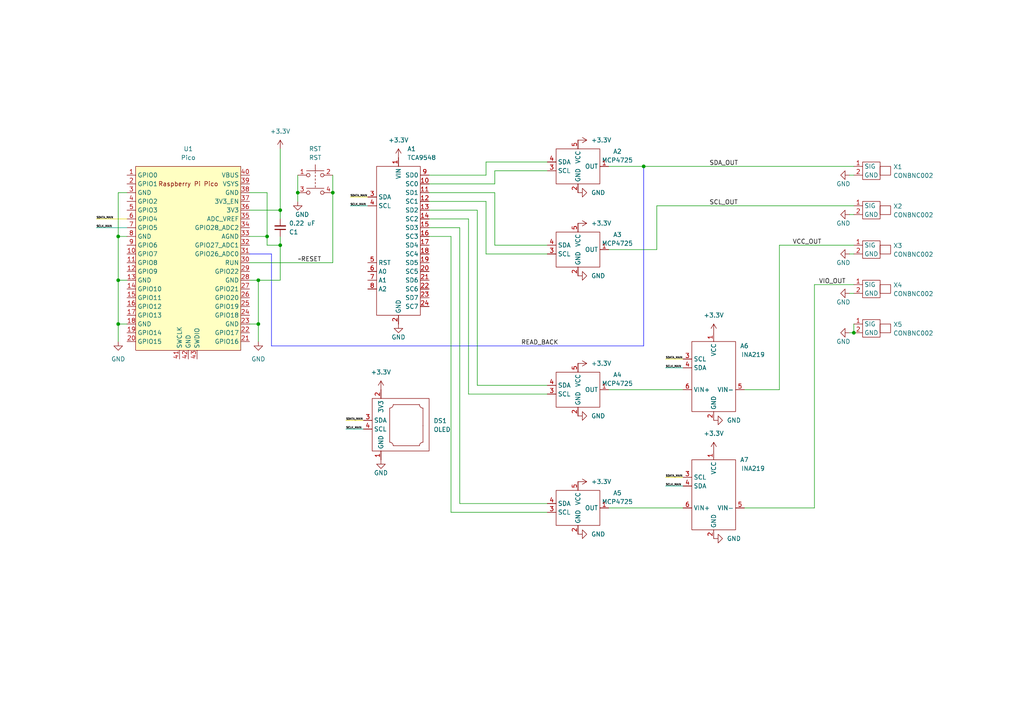
<source format=kicad_sch>
(kicad_sch (version 20211123) (generator eeschema)
  (paper "A4")
  (title_block (title "MIPI Interface Board") (date "2022-06-22") (rev "1.0") (company "GlobalFoundries") (comment 1 "Author(s): Gavin Turner") (comment 2 "The first protoype of the MIPI interface board"))
  (lib_symbols
    (symbol "CONBNC002_1"
      (property "Reference" "X" (at 2.54 2.54 0))
      (property "Value" "CONBNC002_1" (at 7.62 -2.54 0))
      (symbol "CONBNC002_1_0_1"
        (rectangle (start -6.35 2.54) (end -1.27 -2.54))
        (rectangle (start -1.27 1.27) (end 1.778 -1.27))
      )
      (symbol "CONBNC002_1_1_1"
        (pin bidirectional line (at -8.89 1.27 0) (length 2.54) (name "SIG") (number "1"))
        (pin bidirectional line (at -8.89 -1.27 0) (length 2.54) (name "GND") (number "2"))
      )
    )
    (symbol "CONBNC002_2"
      (property "Reference" "X" (at 2.54 2.54 0))
      (property "Value" "CONBNC002_2" (at 7.62 -2.54 0))
      (symbol "CONBNC002_2_0_1"
        (rectangle (start -6.35 2.54) (end -1.27 -2.54))
        (rectangle (start -1.27 1.27) (end 1.778 -1.27))
      )
      (symbol "CONBNC002_2_1_1"
        (pin bidirectional line (at -8.89 1.27 0) (length 2.54) (name "SIG") (number "1"))
        (pin bidirectional line (at -8.89 -1.27 0) (length 2.54) (name "GND") (number "2"))
      )
    )
    (symbol "CONBNC002_3"
      (property "Reference" "X" (at 2.54 2.54 0))
      (property "Value" "CONBNC002_3" (at 7.62 -2.54 0))
      (symbol "CONBNC002_3_0_1"
        (rectangle (start -6.35 2.54) (end -1.27 -2.54))
        (rectangle (start -1.27 1.27) (end 1.778 -1.27))
      )
      (symbol "CONBNC002_3_1_1"
        (pin bidirectional line (at -8.89 1.27 0) (length 2.54) (name "SIG") (number "1"))
        (pin bidirectional line (at -8.89 -1.27 0) (length 2.54) (name "GND") (number "2"))
      )
    )
    (symbol "CONBNC002_4"
      (property "Reference" "X" (at 2.54 2.54 0))
      (property "Value" "CONBNC002_4" (at 7.62 -2.54 0))
      (symbol "CONBNC002_4_0_1"
        (rectangle (start -6.35 2.54) (end -1.27 -2.54))
        (rectangle (start -1.27 1.27) (end 1.778 -1.27))
      )
      (symbol "CONBNC002_4_1_1"
        (pin bidirectional line (at -8.89 1.27 0) (length 2.54) (name "SIG") (number "1"))
        (pin bidirectional line (at -8.89 -1.27 0) (length 2.54) (name "GND") (number "2"))
      )
    )
    (symbol "Device:C_Small" (pin_numbers hide) (pin_names (offset 0.254) hide)
      (property "Reference" "C" (at 0.254 1.778 0))
      (property "Value" "C_Small" (at 0.254 -2.032 0))
      (symbol "C_Small_0_1"
        (polyline (pts (xy -1.524 -0.508) (xy 1.524 -0.508)) (stroke (width 0.3302)))
        (polyline (pts (xy -1.524 0.508) (xy 1.524 0.508)) (stroke (width 0.3048)))
      )
      (symbol "C_Small_1_1"
        (pin passive line (at 0 2.54 270) (length 2.032) (name "~") (number "1"))
        (pin passive line (at 0 -2.54 90) (length 2.032) (name "~") (number "2"))
      )
    )
    (symbol "INA219_1"
      (property "Reference" "A" (at 2.54 12.7 0))
      (property "Value" "INA219_1" (at 5.08 -12.7 0))
      (symbol "INA219_1_0_1"
        (rectangle (start -6.35 10.16) (end 6.35 -10.16))
      )
      (symbol "INA219_1_1_1"
        (pin power_in line (at 0 12.7 270) (length 2.54) (name "VCC") (number "1"))
        (pin power_in line (at 0 -12.7 90) (length 2.54) (name "GND") (number "2"))
        (pin input line (at -8.89 5.08 0) (length 2.54) (name "SCL") (number "3"))
        (pin input line (at -8.89 2.54 0) (length 2.54) (name "SDA") (number "4"))
        (pin output line (at 8.89 -3.81 180) (length 2.54) (name "VIN-") (number "5"))
        (pin input line (at -8.89 -3.81 0) (length 2.54) (name "VIN+") (number "6"))
      )
    )
    (symbol "MCU_RaspberryPi_and_Boards:Pico"
      (property "Reference" "U" (at -13.97 27.94 0))
      (property "Value" "Pico" (at 0 19.05 0))
      (symbol "Pico_0_0"
        (text "Raspberry Pi Pico" (at 0 21.59 0) (effects (font (size 1.27 1.27))))
      )
      (symbol "Pico_0_1"
        (rectangle (start -15.24 26.67) (end 15.24 -26.67) (fill (type background)))
      )
      (symbol "Pico_1_1"
        (pin bidirectional line (at -17.78 24.13 0) (length 2.54) (name "GPIO0") (number "1"))
        (pin bidirectional line (at -17.78 1.27 0) (length 2.54) (name "GPIO7") (number "10"))
        (pin bidirectional line (at -17.78 -1.27 0) (length 2.54) (name "GPIO8") (number "11"))
        (pin bidirectional line (at -17.78 -3.81 0) (length 2.54) (name "GPIO9") (number "12"))
        (pin power_in line (at -17.78 -6.35 0) (length 2.54) (name "GND") (number "13"))
        (pin bidirectional line (at -17.78 -8.89 0) (length 2.54) (name "GPIO10") (number "14"))
        (pin bidirectional line (at -17.78 -11.43 0) (length 2.54) (name "GPIO11") (number "15"))
        (pin bidirectional line (at -17.78 -13.97 0) (length 2.54) (name "GPIO12") (number "16"))
        (pin bidirectional line (at -17.78 -16.51 0) (length 2.54) (name "GPIO13") (number "17"))
        (pin power_in line (at -17.78 -19.05 0) (length 2.54) (name "GND") (number "18"))
        (pin bidirectional line (at -17.78 -21.59 0) (length 2.54) (name "GPIO14") (number "19"))
        (pin bidirectional line (at -17.78 21.59 0) (length 2.54) (name "GPIO1") (number "2"))
        (pin bidirectional line (at -17.78 -24.13 0) (length 2.54) (name "GPIO15") (number "20"))
        (pin bidirectional line (at 17.78 -24.13 180) (length 2.54) (name "GPIO16") (number "21"))
        (pin bidirectional line (at 17.78 -21.59 180) (length 2.54) (name "GPIO17") (number "22"))
        (pin power_in line (at 17.78 -19.05 180) (length 2.54) (name "GND") (number "23"))
        (pin bidirectional line (at 17.78 -16.51 180) (length 2.54) (name "GPIO18") (number "24"))
        (pin bidirectional line (at 17.78 -13.97 180) (length 2.54) (name "GPIO19") (number "25"))
        (pin bidirectional line (at 17.78 -11.43 180) (length 2.54) (name "GPIO20") (number "26"))
        (pin bidirectional line (at 17.78 -8.89 180) (length 2.54) (name "GPIO21") (number "27"))
        (pin power_in line (at 17.78 -6.35 180) (length 2.54) (name "GND") (number "28"))
        (pin bidirectional line (at 17.78 -3.81 180) (length 2.54) (name "GPIO22") (number "29"))
        (pin power_in line (at -17.78 19.05 0) (length 2.54) (name "GND") (number "3"))
        (pin input line (at 17.78 -1.27 180) (length 2.54) (name "RUN") (number "30"))
        (pin bidirectional line (at 17.78 1.27 180) (length 2.54) (name "GPIO26_ADC0") (number "31"))
        (pin bidirectional line (at 17.78 3.81 180) (length 2.54) (name "GPIO27_ADC1") (number "32"))
        (pin power_in line (at 17.78 6.35 180) (length 2.54) (name "AGND") (number "33"))
        (pin bidirectional line (at 17.78 8.89 180) (length 2.54) (name "GPIO28_ADC2") (number "34"))
        (pin power_in line (at 17.78 11.43 180) (length 2.54) (name "ADC_VREF") (number "35"))
        (pin power_in line (at 17.78 13.97 180) (length 2.54) (name "3V3") (number "36"))
        (pin input line (at 17.78 16.51 180) (length 2.54) (name "3V3_EN") (number "37"))
        (pin bidirectional line (at 17.78 19.05 180) (length 2.54) (name "GND") (number "38"))
        (pin power_in line (at 17.78 21.59 180) (length 2.54) (name "VSYS") (number "39"))
        (pin bidirectional line (at -17.78 16.51 0) (length 2.54) (name "GPIO2") (number "4"))
        (pin power_in line (at 17.78 24.13 180) (length 2.54) (name "VBUS") (number "40"))
        (pin input line (at -2.54 -29.21 90) (length 2.54) (name "SWCLK") (number "41"))
        (pin power_in line (at 0 -29.21 90) (length 2.54) (name "GND") (number "42"))
        (pin bidirectional line (at 2.54 -29.21 90) (length 2.54) (name "SWDIO") (number "43"))
        (pin bidirectional line (at -17.78 13.97 0) (length 2.54) (name "GPIO3") (number "5"))
        (pin bidirectional line (at -17.78 11.43 0) (length 2.54) (name "GPIO4") (number "6"))
        (pin bidirectional line (at -17.78 8.89 0) (length 2.54) (name "GPIO5") (number "7"))
        (pin power_in line (at -17.78 6.35 0) (length 2.54) (name "GND") (number "8"))
        (pin bidirectional line (at -17.78 3.81 0) (length 2.54) (name "GPIO6") (number "9"))
      )
    )
    (symbol "MIPI_project_v1:CONBNC002"
      (property "Reference" "X" (at 2.54 2.54 0))
      (property "Value" "CONBNC002" (at 7.62 -2.54 0))
      (symbol "CONBNC002_0_1"
        (rectangle (start -6.35 2.54) (end -1.27 -2.54))
        (rectangle (start -1.27 1.27) (end 1.778 -1.27))
      )
      (symbol "CONBNC002_1_1"
        (pin bidirectional line (at -8.89 1.27 0) (length 2.54) (name "SIG") (number "1"))
        (pin bidirectional line (at -8.89 -1.27 0) (length 2.54) (name "GND") (number "2"))
      )
    )
    (symbol "MIPI_project_v1:INA219"
      (property "Reference" "A" (at 2.54 12.7 0))
      (property "Value" "INA219" (at 5.08 -12.7 0))
      (symbol "INA219_0_1"
        (rectangle (start -6.35 10.16) (end 6.35 -10.16))
      )
      (symbol "INA219_1_1"
        (pin power_in line (at 0 12.7 270) (length 2.54) (name "VCC") (number "1"))
        (pin power_in line (at 0 -12.7 90) (length 2.54) (name "GND") (number "2"))
        (pin input line (at -8.89 5.08 0) (length 2.54) (name "SCL") (number "3"))
        (pin input line (at -8.89 2.54 0) (length 2.54) (name "SDA") (number "4"))
        (pin output line (at 8.89 -3.81 180) (length 2.54) (name "VIN-") (number "5"))
        (pin input line (at -8.89 -3.81 0) (length 2.54) (name "VIN+") (number "6"))
      )
    )
    (symbol "MIPI_project_v1:MCP4725" (in_bom no)
      (property "Reference" "A" (at -5.08 6.35 0))
      (property "Value" "MCP4725" (at 6.35 -6.35 0))
      (symbol "MCP4725_0_1"
        (rectangle (start -6.35 5.08) (end 6.35 -5.08))
      )
      (symbol "MCP4725_1_1"
        (pin output line (at 8.89 0 180) (length 2.54) (name "OUT") (number "1"))
        (pin power_in line (at 0 -7.62 90) (length 2.54) (name "GND") (number "2"))
        (pin input line (at -8.89 -1.27 0) (length 2.54) (name "SCL") (number "3"))
        (pin input line (at -8.89 1.27 0) (length 2.54) (name "SDA") (number "4"))
        (pin power_in line (at 0 7.62 270) (length 2.54) (name "VCC") (number "5"))
        (pin power_in line (at 0 -7.62 90) (length 2.54) hide (name "GND") (number "6"))
      )
    )
    (symbol "MIPI_project_v1:OLED"
      (property "Reference" "DS" (at 3.81 8.89 0))
      (property "Value" "OLED" (at 5.08 -9.144 0))
      (symbol "OLED_0_1"
        (rectangle (start -10.16 7.62) (end 6.35 -7.62))
        (arc (start -5.08 4.826) (mid -3.3451 4.1071) (end -4.064 5.842))
        (arc (start -4.064 -6.096) (mid -3.3456 -4.3616) (end -5.08 -5.08))
        (polyline (pts (xy -5.08 -5.08) (xy -5.08 0)))
        (polyline (pts (xy -5.08 4.826) (xy -5.08 0)))
        (polyline (pts (xy -4.064 5.842) (xy 3.556 5.842)))
        (polyline (pts (xy 3.556 -6.096) (xy -4.064 -6.096)))
        (polyline (pts (xy 4.572 -5.08) (xy 4.572 -0.254)))
        (polyline (pts (xy 4.572 4.826) (xy 4.572 -0.254)))
        (arc (start 3.556 5.842) (mid 2.8376 4.1076) (end 4.572 4.826))
        (arc (start 4.572 -5.08) (mid 2.8371 -4.3611) (end 3.556 -6.096))
      )
      (symbol "OLED_1_1"
        (pin power_in line (at -7.62 -10.16 90) (length 2.54) (name "GND") (number "1"))
        (pin power_out line (at -7.62 10.16 270) (length 2.54) (name "3V3") (number "2"))
        (pin input line (at -12.7 1.27 0) (length 2.54) (name "SDA") (number "3"))
        (pin input line (at -12.7 -1.27 0) (length 2.54) (name "SCL") (number "4"))
      )
    )
    (symbol "MIPI_project_v1:TCA9548"
      (property "Reference" "A" (at 3.81 24.13 0))
      (property "Value" "TCA9548" (at 6.858 -21.59 0))
      (symbol "TCA9548_0_1"
        (rectangle (start -6.35 22.86) (end 6.35 -20.32))
      )
      (symbol "TCA9548_1_1"
        (pin power_in line (at 0 25.4 270) (length 2.54) (name "VIN") (number "1"))
        (pin bidirectional line (at 8.89 17.78 180) (length 2.54) (name "SC0") (number "10"))
        (pin bidirectional line (at 8.89 15.24 180) (length 2.54) (name "SD1") (number "11"))
        (pin bidirectional line (at 8.89 12.7 180) (length 2.54) (name "SC1") (number "12"))
        (pin bidirectional line (at 8.89 10.16 180) (length 2.54) (name "SD2") (number "13"))
        (pin bidirectional line (at 8.89 7.62 180) (length 2.54) (name "SC2") (number "14"))
        (pin bidirectional line (at 8.89 5.08 180) (length 2.54) (name "SD3") (number "15"))
        (pin bidirectional line (at 8.89 2.54 180) (length 2.54) (name "SC3") (number "16"))
        (pin bidirectional line (at 8.89 0 180) (length 2.54) (name "SD4") (number "17"))
        (pin bidirectional line (at 8.89 -2.54 180) (length 2.54) (name "SC4") (number "18"))
        (pin bidirectional line (at 8.89 -5.08 180) (length 2.54) (name "SD5") (number "19"))
        (pin power_in line (at 0 -22.86 90) (length 2.54) (name "GND") (number "2"))
        (pin bidirectional line (at 8.89 -7.62 180) (length 2.54) (name "SC5") (number "20"))
        (pin bidirectional line (at 8.89 -10.16 180) (length 2.54) (name "SD6") (number "21"))
        (pin bidirectional line (at 8.89 -12.7 180) (length 2.54) (name "SC6") (number "22"))
        (pin bidirectional line (at 8.89 -15.24 180) (length 2.54) (name "SD7") (number "23"))
        (pin bidirectional line (at 8.89 -17.78 180) (length 2.54) (name "SC7") (number "24"))
        (pin input line (at -8.89 13.97 0) (length 2.54) (name "SDA") (number "3"))
        (pin input line (at -8.89 11.43 0) (length 2.54) (name "SCL") (number "4"))
        (pin input line (at -8.89 -5.08 0) (length 2.54) (name "RST") (number "5"))
        (pin input line (at -8.89 -7.62 0) (length 2.54) (name "A0") (number "6"))
        (pin input line (at -8.89 -10.16 0) (length 2.54) (name "A1") (number "7"))
        (pin input line (at -8.89 -12.7 0) (length 2.54) (name "A2") (number "8"))
        (pin bidirectional line (at 8.89 20.32 180) (length 2.54) (name "SD0") (number "9"))
      )
    )
    (symbol "Switch:SW_Push_Dual" (pin_names (offset 1.016) hide)
      (property "Reference" "SW" (at 1.27 2.54 0))
      (property "Value" "SW_Push_Dual" (at 0 -6.858 0))
      (symbol "SW_Push_Dual_0_1"
        (circle (center -2.032 -5.08) (radius 0.508))
        (circle (center -2.032 0) (radius 0.508))
        (polyline (pts (xy 0 -3.048) (xy 0 -3.556)))
        (polyline (pts (xy 0 -2.032) (xy 0 -2.54)))
        (polyline (pts (xy 0 -1.524) (xy 0 -1.016)))
        (polyline (pts (xy 0 -0.508) (xy 0 0)))
        (polyline (pts (xy 0 0.508) (xy 0 1.016)))
        (polyline (pts (xy 0 1.27) (xy 0 3.048)))
        (polyline (pts (xy 2.54 -3.81) (xy -2.54 -3.81)))
        (polyline (pts (xy 2.54 1.27) (xy -2.54 1.27)))
        (circle (center 2.032 -5.08) (radius 0.508))
        (circle (center 2.032 0) (radius 0.508))
        (pin passive line (at -5.08 0 0) (length 2.54) (name "1") (number "1"))
        (pin passive line (at 5.08 0 180) (length 2.54) (name "2") (number "2"))
        (pin passive line (at -5.08 -5.08 0) (length 2.54) (name "3") (number "3"))
        (pin passive line (at 5.08 -5.08 180) (length 2.54) (name "4") (number "4"))
      )
    )
    (symbol "power:+3.3V" (power) (pin_names (offset 0))
      (property "Value" "+3.3V" (at 0 3.556 0))
      (symbol "+3.3V_0_1"
        (polyline (pts (xy -0.762 1.27) (xy 0 2.54)))
        (polyline (pts (xy 0 0) (xy 0 2.54)))
        (polyline (pts (xy 0 2.54) (xy 0.762 1.27)))
      )
      (symbol "+3.3V_1_1"
        (pin power_in line (at 0 0 90) (length 0) hide (name "+3.3V") (number "1"))
      )
    )
    (symbol "power:GND" (power) (pin_names (offset 0))
      (property "Value" "GND" (at 0 -3.81 0))
      (symbol "GND_0_1"
        (polyline (pts (xy 0 0) (xy 0 -1.27) (xy 1.27 -1.27) (xy 0 -2.54) (xy -1.27 -1.27) (xy 0 -1.27)))
      )
      (symbol "GND_1_1"
        (pin power_in line (at 0 0 270) (length 0) hide (name "GND") (number "1"))
      )
    )
  )
  (junction (at 34.29 68.58))
  (junction (at 186.69 48.26))
  (junction (at 34.29 93.98))
  (junction (at 74.93 81.28))
  (junction (at 81.28 71.12))
  (junction (at 96.52 55.88))
  (junction (at 77.47 68.58))
  (junction (at 34.29 81.28))
  (junction (at 81.28 60.96))
  (junction (at 74.93 93.98))
  (junction (at 86.36 55.88))
  (junction (at 247.65 96.52))
  (wire (pts (xy 124.46 50.8) (xy 140.97 50.8)))
  (wire (pts (xy 193.04 106.68) (xy 198.12 106.68)) (stroke (width 0) (color 2 162 127 1)))
  (wire (pts (xy 135.89 114.3) (xy 158.75 114.3)))
  (wire (pts (xy 246.38 96.52) (xy 247.65 96.52)))
  (wire (pts (xy 72.39 68.58) (xy 77.47 68.58)))
  (wire (pts (xy 34.29 93.98) (xy 34.29 81.28)))
  (wire (pts (xy 130.81 148.59) (xy 158.75 148.59)))
  (wire (pts (xy 100.33 121.92) (xy 105.41 121.92)) (stroke (width 0) (color 233 218 13 1)))
  (wire (pts (xy 77.47 71.12) (xy 81.28 71.12)))
  (wire (pts (xy 101.6 57.15) (xy 106.68 57.15)) (stroke (width 0) (color 233 218 13 1)))
  (wire (pts (xy 236.22 82.55) (xy 247.65 82.55)))
  (wire (pts (xy 190.5 59.69) (xy 247.65 59.69)))
  (wire (pts (xy 143.51 53.34) (xy 143.51 49.53)))
  (wire (pts (xy 246.38 85.09) (xy 247.65 85.09)))
  (wire (pts (xy 176.53 113.03) (xy 198.12 113.03)))
  (wire (pts (xy 27.94 66.04) (xy 36.83 66.04)) (stroke (width 0) (color 2 162 127 1)))
  (wire (pts (xy 124.46 53.34) (xy 143.51 53.34)))
  (wire (pts (xy 74.93 93.98) (xy 74.93 99.06)))
  (wire (pts (xy 193.04 138.43) (xy 198.12 138.43)) (stroke (width 0) (color 233 218 13 1)))
  (wire (pts (xy 74.93 81.28) (xy 72.39 81.28)))
  (wire (pts (xy 81.28 68.58) (xy 81.28 71.12)))
  (wire (pts (xy 138.43 111.76) (xy 158.75 111.76)))
  (wire (pts (xy 133.35 146.05) (xy 158.75 146.05)))
  (wire (pts (xy 186.69 100.33) (xy 186.69 48.26)) (stroke (width 0) (color 0 0 255 1)))
  (wire (pts (xy 140.97 50.8) (xy 140.97 46.99)))
  (wire (pts (xy 236.22 147.32) (xy 236.22 82.55)))
  (wire (pts (xy 246.38 62.23) (xy 247.65 62.23)))
  (wire (pts (xy 246.38 50.8) (xy 247.65 50.8)))
  (wire (pts (xy 78.74 100.33) (xy 186.69 100.33)) (stroke (width 0) (color 0 0 255 1)))
  (wire (pts (xy 186.69 48.26) (xy 247.65 48.26)))
  (wire (pts (xy 34.29 55.88) (xy 34.29 68.58)))
  (wire (pts (xy 176.53 48.26) (xy 186.69 48.26)))
  (wire (pts (xy 226.06 71.12) (xy 247.65 71.12)))
  (wire (pts (xy 96.52 55.88) (xy 96.52 76.2)))
  (wire (pts (xy 74.93 93.98) (xy 72.39 93.98)))
  (wire (pts (xy 27.94 63.5) (xy 36.83 63.5)) (stroke (width 0) (color 233 218 13 1)))
  (wire (pts (xy 133.35 66.04) (xy 124.46 66.04)))
  (wire (pts (xy 143.51 71.12) (xy 158.75 71.12)))
  (wire (pts (xy 124.46 60.96) (xy 138.43 60.96)))
  (wire (pts (xy 176.53 72.39) (xy 190.5 72.39)))
  (wire (pts (xy 176.53 147.32) (xy 198.12 147.32)))
  (wire (pts (xy 81.28 71.12) (xy 81.28 81.28)))
  (wire (pts (xy 34.29 68.58) (xy 36.83 68.58)))
  (wire (pts (xy 81.28 43.18) (xy 81.28 60.96)))
  (wire (pts (xy 72.39 55.88) (xy 77.47 55.88)))
  (wire (pts (xy 247.65 93.98) (xy 247.65 96.52)))
  (wire (pts (xy 124.46 63.5) (xy 135.89 63.5)))
  (wire (pts (xy 74.93 81.28) (xy 74.93 93.98)))
  (wire (pts (xy 36.83 93.98) (xy 34.29 93.98)))
  (wire (pts (xy 77.47 68.58) (xy 77.47 71.12)))
  (wire (pts (xy 124.46 68.58) (xy 130.81 68.58)))
  (wire (pts (xy 135.89 63.5) (xy 135.89 114.3)))
  (wire (pts (xy 246.38 73.66) (xy 247.65 73.66)))
  (wire (pts (xy 86.36 55.88) (xy 86.36 58.42)))
  (wire (pts (xy 140.97 46.99) (xy 158.75 46.99)))
  (wire (pts (xy 133.35 66.04) (xy 133.35 146.05)))
  (wire (pts (xy 143.51 55.88) (xy 143.51 71.12)))
  (wire (pts (xy 124.46 55.88) (xy 143.51 55.88)))
  (wire (pts (xy 34.29 81.28) (xy 36.83 81.28)))
  (wire (pts (xy 138.43 60.96) (xy 138.43 111.76)))
  (wire (pts (xy 86.36 50.8) (xy 86.36 55.88)))
  (wire (pts (xy 72.39 76.2) (xy 96.52 76.2)))
  (wire (pts (xy 215.9 113.03) (xy 226.06 113.03)))
  (wire (pts (xy 193.04 104.14) (xy 198.12 104.14)) (stroke (width 0) (color 233 218 13 1)))
  (wire (pts (xy 78.74 73.66) (xy 78.74 100.33)) (stroke (width 0) (color 0 0 255 1)))
  (wire (pts (xy 34.29 68.58) (xy 34.29 81.28)))
  (wire (pts (xy 81.28 60.96) (xy 81.28 63.5)))
  (wire (pts (xy 190.5 72.39) (xy 190.5 59.69)))
  (wire (pts (xy 140.97 73.66) (xy 158.75 73.66)))
  (wire (pts (xy 124.46 58.42) (xy 140.97 58.42)))
  (wire (pts (xy 130.81 68.58) (xy 130.81 148.59)))
  (wire (pts (xy 101.6 59.69) (xy 106.68 59.69)) (stroke (width 0) (color 2 162 127 1)))
  (wire (pts (xy 81.28 81.28) (xy 74.93 81.28)))
  (wire (pts (xy 72.39 60.96) (xy 81.28 60.96)))
  (wire (pts (xy 215.9 147.32) (xy 236.22 147.32)))
  (wire (pts (xy 226.06 71.12) (xy 226.06 113.03)))
  (wire (pts (xy 140.97 58.42) (xy 140.97 73.66)))
  (wire (pts (xy 34.29 93.98) (xy 34.29 99.06)))
  (wire (pts (xy 36.83 55.88) (xy 34.29 55.88)))
  (wire (pts (xy 193.04 140.97) (xy 198.12 140.97)) (stroke (width 0) (color 2 162 127 1)))
  (wire (pts (xy 77.47 55.88) (xy 77.47 68.58)))
  (wire (pts (xy 96.52 50.8) (xy 96.52 55.88)))
  (wire (pts (xy 143.51 49.53) (xy 158.75 49.53)))
  (wire (pts (xy 100.33 124.46) (xy 105.41 124.46)) (stroke (width 0) (color 2 162 127 1)))
  (wire (pts (xy 72.39 73.66) (xy 78.74 73.66)) (stroke (width 0) (color 0 0 255 1)))
  (label "SCLK_MAIN" (at 27.94 66.04 0) (effects (font (size 0.55 0.55))))
  (label "SDATA_MAIN" (at 27.94 63.5 0) (effects (font (size 0.55 0.55))))
  (label "SCL_OUT" (at 205.74 59.69 0))
  (label "SDATA_MAIN" (at 101.6 57.15 0) (effects (font (size 0.55 0.55))))
  (label "VIO_OUT" (at 237.49 82.55 0))
  (label "SDA_OUT" (at 205.74 48.26 0))
  (label "VCC_OUT" (at 229.87 71.12 0))
  (label "~RESET" (at 86.36 76.2 0))
  (label "SDATA_MAIN" (at 193.04 138.43 0) (effects (font (size 0.55 0.55))))
  (label "READ_BACK" (at 151.13 100.33 0))
  (label "SDATA_MAIN" (at 100.33 121.92 0) (effects (font (size 0.55 0.55))))
  (label "SCLK_MAIN" (at 193.04 106.68 0) (effects (font (size 0.55 0.55))))
  (label "SCLK_MAIN" (at 193.04 140.97 0) (effects (font (size 0.55 0.55))))
  (label "SCLK_MAIN" (at 100.33 124.46 0) (effects (font (size 0.55 0.55))))
  (label "SDATA_MAIN" (at 193.04 104.14 0) (effects (font (size 0.55 0.55))))
  (label "SCLK_MAIN" (at 101.6 59.69 0) (effects (font (size 0.55 0.55))))
  (symbol (lib_id "Switch:SW_Push_Dual") (at 91.44 50.8 0) (unit 1)
    (property "Reference" "RST" (at 91.44 43.18 0))
    (property "Value" "RST" (at 91.44 45.72 0))
    (property "Footprint" "Button_Switch_THT:SW_PUSH_6mm_H5mm" (effects hide))
  )
  (symbol (lib_id "power:GND") (at 167.64 154.94 90) (unit 1)
    (property "Reference" "#PWR0122" (effects hide))
    (property "Value" "GND" (at 171.45 154.9399 90) (effects (justify right)))
  )
  (symbol (lib_id "power:GND") (at 207.01 121.92 90) (unit 1)
    (property "Reference" "#PWR0112" (effects hide))
    (property "Value" "GND" (at 210.82 121.9199 90) (effects (justify right)))
  )
  (symbol (lib_id "power:GND") (at 115.57 93.98 0) (unit 1)
    (property "Reference" "#PWR0108" (effects hide))
    (property "Value" "GND" (at 115.57 97.79 0))
  )
  (symbol (lib_id "MIPI_project_v1:MCP4725") (at 167.64 72.39 0) (unit 1) (in_bom no)
    (property "Reference" "A3" (at 179.07 68.0593 0))
    (property "Value" "MCP4725" (at 179.07 70.5993 0))
    (property "Footprint" "MIPI_project_v1:MCP4725-BOB" (effects hide))
  )
  (symbol (lib_id "power:GND") (at 167.64 120.65 90) (unit 1)
    (property "Reference" "#PWR0124" (effects hide))
    (property "Value" "GND" (at 171.45 120.6499 90) (effects (justify right)))
  )
  (symbol (lib_id "power:GND") (at 246.38 73.66 270) (unit 1)
    (property "Reference" "#PWR0114" (effects hide))
    (property "Value" "GND" (at 242.57 76.2 90) (effects (justify left)))
  )
  (symbol (lib_name "INA219_1") (lib_id "MIPI_project_v1:INA219") (at 207.01 109.22 0) (unit 1)
    (property "Reference" "A6" (at 215.9 100.33 0))
    (property "Value" "INA219" (at 218.44 102.87 0))
    (property "Footprint" "MIPI_project_v1:INA219-BOB" (effects hide))
  )
  (symbol (lib_id "power:+3.3V") (at 167.64 139.7 270) (unit 1)
    (property "Reference" "#PWR0123" (effects hide))
    (property "Value" "+3.3V" (at 171.45 139.6999 90) (effects (justify left)))
  )
  (symbol (lib_id "power:+3.3V") (at 115.57 45.72 0) (unit 1)
    (property "Reference" "#PWR0105" (effects hide))
    (property "Value" "+3.3V" (at 115.57 40.64 0))
  )
  (symbol (lib_id "power:GND") (at 167.64 80.01 90) (unit 1)
    (property "Reference" "#PWR0118" (effects hide))
    (property "Value" "GND" (at 171.45 80.0099 90) (effects (justify right)))
  )
  (symbol (lib_id "power:GND") (at 246.38 96.52 270) (unit 1)
    (property "Reference" "#PWR0116" (effects hide))
    (property "Value" "GND" (at 242.57 99.06 90) (effects (justify left)))
  )
  (symbol (lib_id "power:+3.3V") (at 207.01 96.52 0) (unit 1)
    (property "Reference" "#PWR0109" (effects hide))
    (property "Value" "+3.3V" (at 207.01 91.44 0))
  )
  (symbol (lib_id "power:GND") (at 246.38 62.23 270) (unit 1)
    (property "Reference" "#PWR0117" (effects hide))
    (property "Value" "GND" (at 242.57 64.77 90) (effects (justify left)))
  )
  (symbol (lib_id "MIPI_project_v1:INA219") (at 207.01 143.51 0) (unit 1)
    (property "Reference" "A7" (at 215.9 133.35 0))
    (property "Value" "INA219" (at 218.44 135.89 0))
    (property "Footprint" "MIPI_project_v1:INA219-BOB" (effects hide))
  )
  (symbol (lib_name "CONBNC002_4") (lib_id "MIPI_project_v1:CONBNC002") (at 256.54 49.53 0) (unit 1)
    (property "Reference" "X1" (at 259.08 48.3869 0) (effects (justify left)))
    (property "Value" "CONBNC002" (at 259.08 50.9269 0) (effects (justify left)))
    (property "Footprint" "MIPI_project_v1:BNC-CONBNC002-THT-90" (effects hide))
  )
  (symbol (lib_id "power:GND") (at 34.29 99.06 0) (unit 1)
    (property "Reference" "#PWR0102" (effects hide))
    (property "Value" "GND" (at 34.29 104.14 0))
  )
  (symbol (lib_id "power:+3.3V") (at 167.64 40.64 270) (unit 1)
    (property "Reference" "#PWR0120" (effects hide))
    (property "Value" "+3.3V" (at 171.45 40.6399 90) (effects (justify left)))
  )
  (symbol (lib_id "power:GND") (at 167.64 55.88 90) (unit 1)
    (property "Reference" "#PWR0119" (effects hide))
    (property "Value" "GND" (at 171.45 55.8799 90) (effects (justify right)))
  )
  (symbol (lib_id "power:GND") (at 86.36 58.42 0) (unit 1)
    (property "Reference" "#PWR0106" (effects hide))
    (property "Value" "GND" (at 87.63 62.23 0))
  )
  (symbol (lib_id "power:+3.3V") (at 167.64 105.41 270) (unit 1)
    (property "Reference" "#PWR0125" (effects hide))
    (property "Value" "+3.3V" (at 171.45 105.4099 90) (effects (justify left)))
  )
  (symbol (lib_id "MIPI_project_v1:MCP4725") (at 167.64 48.26 0) (unit 1) (in_bom no)
    (property "Reference" "A2" (at 179.07 43.9293 0))
    (property "Value" "MCP4725" (at 179.07 46.4693 0))
    (property "Footprint" "MIPI_project_v1:MCP4725-BOB" (effects hide))
  )
  (symbol (lib_name "CONBNC002_2") (lib_id "MIPI_project_v1:CONBNC002") (at 256.54 72.39 0) (unit 1)
    (property "Reference" "X3" (at 259.08 71.2469 0) (effects (justify left)))
    (property "Value" "CONBNC002" (at 259.08 73.7869 0) (effects (justify left)))
    (property "Footprint" "MIPI_project_v1:BNC-CONBNC002-THT-90" (effects hide))
  )
  (symbol (lib_id "power:GND") (at 207.01 156.21 90) (unit 1)
    (property "Reference" "#PWR0110" (effects hide))
    (property "Value" "GND" (at 210.82 156.2099 90) (effects (justify right)))
  )
  (symbol (lib_id "power:+3.3V") (at 81.28 43.18 0) (unit 1)
    (property "Reference" "#PWR0101" (effects hide))
    (property "Value" "+3.3V" (at 81.28 38.1 0))
  )
  (symbol (lib_id "MIPI_project_v1:MCP4725") (at 167.64 113.03 0) (unit 1) (in_bom no)
    (property "Reference" "A4" (at 179.07 108.6993 0))
    (property "Value" "MCP4725" (at 179.07 111.2393 0))
    (property "Footprint" "MIPI_project_v1:MCP4725-BOB" (effects hide))
  )
  (symbol (lib_id "MIPI_project_v1:CONBNC002") (at 256.54 95.25 0) (unit 1)
    (property "Reference" "X5" (at 259.08 94.1069 0) (effects (justify left)))
    (property "Value" "CONBNC002" (at 259.08 96.6469 0) (effects (justify left)))
    (property "Footprint" "MIPI_project_v1:BNC-CONBNC002-THT-90" (effects hide))
  )
  (symbol (lib_id "MCU_RaspberryPi_and_Boards:Pico") (at 54.61 74.93 0) (unit 1)
    (property "Reference" "U1" (at 54.61 43.18 0))
    (property "Value" "Pico" (at 54.61 45.72 0))
    (property "Footprint" "MCU_RaspberryPi_and_Boards:RPi_Pico_SMD_TH" (effects hide))
  )
  (symbol (lib_id "MIPI_project_v1:MCP4725") (at 167.64 147.32 0) (unit 1) (in_bom no)
    (property "Reference" "A5" (at 179.07 142.9893 0))
    (property "Value" "MCP4725" (at 179.07 145.5293 0))
    (property "Footprint" "MIPI_project_v1:MCP4725-BOB" (effects hide))
  )
  (symbol (lib_name "CONBNC002_1") (lib_id "MIPI_project_v1:CONBNC002") (at 256.54 83.82 0) (unit 1)
    (property "Reference" "X4" (at 259.08 82.6769 0) (effects (justify left)))
    (property "Value" "CONBNC002" (at 259.08 85.2169 0) (effects (justify left)))
    (property "Footprint" "MIPI_project_v1:BNC-CONBNC002-THT-90" (effects hide))
  )
  (symbol (lib_id "MIPI_project_v1:TCA9548") (at 115.57 71.12 0) (unit 1)
    (property "Reference" "A1" (at 118.11 43.18 0) (effects (justify left)))
    (property "Value" "TCA9548" (at 118.11 45.72 0) (effects (justify left)))
    (property "Footprint" "MIPI_project_v1:TCA9548-BOB" (effects hide))
  )
  (symbol (lib_id "power:GND") (at 246.38 85.09 270) (unit 1)
    (property "Reference" "#PWR0115" (effects hide))
    (property "Value" "GND" (at 242.57 87.63 90) (effects (justify left)))
  )
  (symbol (lib_id "power:GND") (at 74.93 99.06 0) (unit 1)
    (property "Reference" "#PWR0103" (effects hide))
    (property "Value" "GND" (at 74.93 104.14 0))
  )
  (symbol (lib_name "CONBNC002_3") (lib_id "MIPI_project_v1:CONBNC002") (at 256.54 60.96 0) (unit 1)
    (property "Reference" "X2" (at 259.08 59.8169 0) (effects (justify left)))
    (property "Value" "CONBNC002" (at 259.08 62.3569 0) (effects (justify left)))
    (property "Footprint" "MIPI_project_v1:BNC-CONBNC002-THT-90" (effects hide))
  )
  (symbol (lib_id "Device:C_Small") (at 81.28 66.04 0) (mirror x) (unit 1)
    (property "Reference" "C1" (at 83.82 67.31 0) (effects (justify left)))
    (property "Value" "0.22 uF" (at 83.82 64.77 0) (effects (justify left)))
    (property "Footprint" "Capacitor_THT:C_Rect_L7.0mm_W2.5mm_P5.00mm" (effects hide))
  )
  (symbol (lib_id "power:GND") (at 110.49 133.35 0) (unit 1)
    (property "Reference" "#PWR0104" (effects hide))
    (property "Value" "GND" (at 110.49 137.16 0))
  )
  (symbol (lib_id "MIPI_project_v1:OLED") (at 118.11 123.19 0) (unit 1)
    (property "Reference" "DS1" (at 125.73 122.0469 0) (effects (justify left)))
    (property "Value" "OLED" (at 125.73 124.5869 0) (effects (justify left)))
    (property "Footprint" "MIPI_project_v1:OLED-BOB" (effects hide))
  )
  (symbol (lib_id "power:+3.3V") (at 167.64 64.77 270) (unit 1)
    (property "Reference" "#PWR0121" (effects hide))
    (property "Value" "+3.3V" (at 171.45 64.7699 90) (effects (justify left)))
  )
  (symbol (lib_id "power:GND") (at 246.38 50.8 270) (unit 1)
    (property "Reference" "#PWR0113" (effects hide))
    (property "Value" "GND" (at 242.57 53.34 90) (effects (justify left)))
  )
  (symbol (lib_id "power:+3.3V") (at 207.01 130.81 0) (unit 1)
    (property "Reference" "#PWR0111" (effects hide))
    (property "Value" "+3.3V" (at 207.01 125.73 0))
  )
  (symbol (lib_id "power:+3.3V") (at 110.49 113.03 0) (unit 1)
    (property "Reference" "#PWR0107" (effects hide))
    (property "Value" "+3.3V" (at 110.49 107.95 0))
  )
)
</source>
